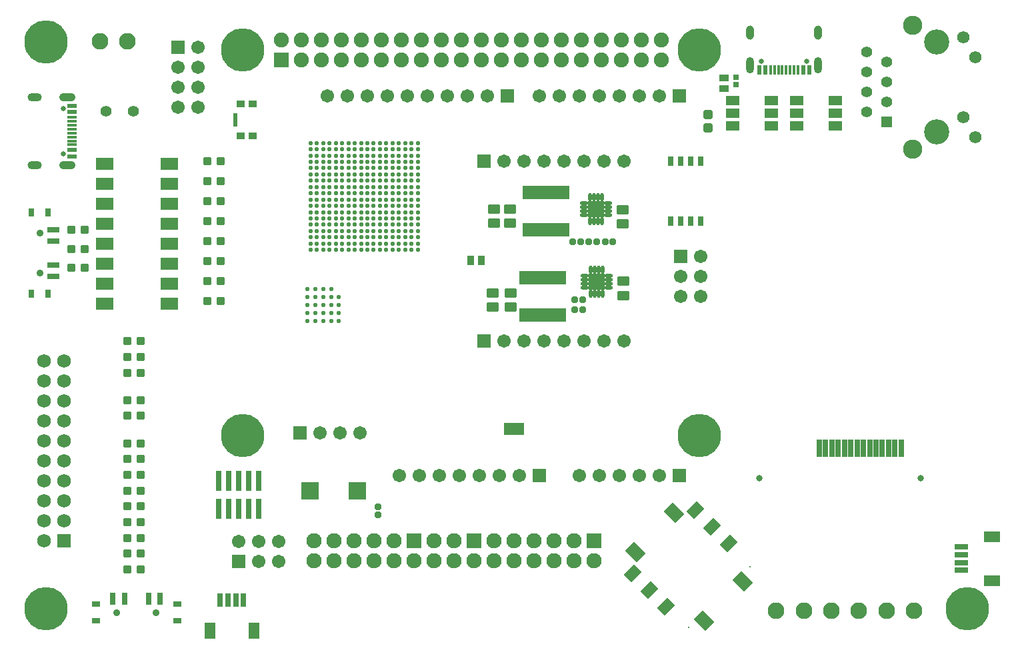
<source format=gts>
G04*
G04 #@! TF.GenerationSoftware,Altium Limited,Altium Designer,23.10.1 (27)*
G04*
G04 Layer_Color=8388736*
%FSLAX44Y44*%
%MOMM*%
G71*
G04*
G04 #@! TF.SameCoordinates,1E8E639B-A9AB-46FE-9B68-82187C007E20*
G04*
G04*
G04 #@! TF.FilePolarity,Negative*
G04*
G01*
G75*
%ADD25R,1.5000X0.7000*%
%ADD26R,0.8000X1.0000*%
%ADD28R,2.1600X1.5200*%
%ADD31R,0.6000X1.1500*%
%ADD34R,0.7600X1.2700*%
%ADD44R,1.0000X0.9000*%
%ADD45R,0.5500X1.7000*%
%ADD46R,1.1500X0.6000*%
%ADD47R,1.0000X0.8000*%
%ADD52R,0.7000X1.5000*%
%ADD56R,0.3000X1.1500*%
%ADD60R,1.1500X0.3000*%
%ADD61R,2.6000X1.6000*%
G04:AMPARAMS|DCode=62|XSize=1.0032mm|YSize=1.0032mm|CornerRadius=0.2016mm|HoleSize=0mm|Usage=FLASHONLY|Rotation=0.000|XOffset=0mm|YOffset=0mm|HoleType=Round|Shape=RoundedRectangle|*
%AMROUNDEDRECTD62*
21,1,1.0032,0.6000,0,0,0.0*
21,1,0.6000,1.0032,0,0,0.0*
1,1,0.4032,0.3000,-0.3000*
1,1,0.4032,-0.3000,-0.3000*
1,1,0.4032,-0.3000,0.3000*
1,1,0.4032,0.3000,0.3000*
%
%ADD62ROUNDEDRECTD62*%
%ADD63R,0.7033X2.2032*%
%ADD64C,0.5532*%
%ADD65R,1.7032X1.2032*%
%ADD66R,0.7600X0.7600*%
%ADD67R,1.1532X0.9532*%
%ADD68R,2.0032X2.0032*%
%ADD69O,1.1032X0.4532*%
G04:AMPARAMS|DCode=70|XSize=1.6032mm|YSize=1.2032mm|CornerRadius=0.2266mm|HoleSize=0mm|Usage=FLASHONLY|Rotation=0.000|XOffset=0mm|YOffset=0mm|HoleType=Round|Shape=RoundedRectangle|*
%AMROUNDEDRECTD70*
21,1,1.6032,0.7500,0,0,0.0*
21,1,1.1500,1.2032,0,0,0.0*
1,1,0.4532,0.5750,-0.3750*
1,1,0.4532,-0.5750,-0.3750*
1,1,0.4532,-0.5750,0.3750*
1,1,0.4532,0.5750,0.3750*
%
%ADD70ROUNDEDRECTD70*%
%ADD71O,0.4532X1.1032*%
%ADD72R,1.7532X0.8032*%
G04:AMPARAMS|DCode=73|XSize=2.1032mm|YSize=1.6032mm|CornerRadius=0mm|HoleSize=0mm|Usage=FLASHONLY|Rotation=135.000|XOffset=0mm|YOffset=0mm|HoleType=Round|Shape=Rectangle|*
%AMROTATEDRECTD73*
4,1,4,1.3104,-0.1768,0.1768,-1.3104,-1.3104,0.1768,-0.1768,1.3104,1.3104,-0.1768,0.0*
%
%ADD73ROTATEDRECTD73*%

G04:AMPARAMS|DCode=74|XSize=0.8032mm|YSize=0.8032mm|CornerRadius=0.1616mm|HoleSize=0mm|Usage=FLASHONLY|Rotation=90.000|XOffset=0mm|YOffset=0mm|HoleType=Round|Shape=RoundedRectangle|*
%AMROUNDEDRECTD74*
21,1,0.8032,0.4800,0,0,90.0*
21,1,0.4800,0.8032,0,0,90.0*
1,1,0.3232,0.2400,0.2400*
1,1,0.3232,0.2400,-0.2400*
1,1,0.3232,-0.2400,-0.2400*
1,1,0.3232,-0.2400,0.2400*
%
%ADD74ROUNDEDRECTD74*%
%ADD75R,0.9532X1.1532*%
G04:AMPARAMS|DCode=76|XSize=1.9032mm|YSize=1.4032mm|CornerRadius=0mm|HoleSize=0mm|Usage=FLASHONLY|Rotation=45.000|XOffset=0mm|YOffset=0mm|HoleType=Round|Shape=Rectangle|*
%AMROTATEDRECTD76*
4,1,4,-0.1768,-1.1690,-1.1690,-0.1768,0.1768,1.1690,1.1690,0.1768,-0.1768,-1.1690,0.0*
%
%ADD76ROTATEDRECTD76*%

%ADD77C,0.5732*%
%ADD78R,2.2032X2.2032*%
%ADD79R,0.8032X2.6032*%
%ADD80R,0.8032X1.7532*%
%ADD81R,5.9032X1.8032*%
G04:AMPARAMS|DCode=82|XSize=0.8032mm|YSize=0.8032mm|CornerRadius=0.1616mm|HoleSize=0mm|Usage=FLASHONLY|Rotation=180.000|XOffset=0mm|YOffset=0mm|HoleType=Round|Shape=RoundedRectangle|*
%AMROUNDEDRECTD82*
21,1,0.8032,0.4800,0,0,180.0*
21,1,0.4800,0.8032,0,0,180.0*
1,1,0.3232,-0.2400,0.2400*
1,1,0.3232,0.2400,0.2400*
1,1,0.3232,0.2400,-0.2400*
1,1,0.3232,-0.2400,-0.2400*
%
%ADD82ROUNDEDRECTD82*%
%ADD83R,0.8382X1.4732*%
%ADD84R,2.0032X1.4032*%
G04:AMPARAMS|DCode=85|XSize=1.2032mm|YSize=1.1032mm|CornerRadius=0.2141mm|HoleSize=0mm|Usage=FLASHONLY|Rotation=0.000|XOffset=0mm|YOffset=0mm|HoleType=Round|Shape=RoundedRectangle|*
%AMROUNDEDRECTD85*
21,1,1.2032,0.6750,0,0,0.0*
21,1,0.7750,1.1032,0,0,0.0*
1,1,0.4282,0.3875,-0.3375*
1,1,0.4282,-0.3875,-0.3375*
1,1,0.4282,-0.3875,0.3375*
1,1,0.4282,0.3875,0.3375*
%
%ADD85ROUNDEDRECTD85*%
%ADD86R,1.4032X2.0032*%
%ADD87R,1.7032X1.7032*%
%ADD88C,1.7032*%
%ADD89C,0.9000*%
%ADD90C,0.8032*%
%ADD91C,0.5588*%
%ADD92C,5.5032*%
%ADD93C,1.3900*%
%ADD94C,1.9032*%
%ADD95C,2.1032*%
%ADD96C,1.9304*%
%ADD97C,1.4032*%
%ADD98C,1.7532*%
%ADD99C,1.5700*%
%ADD100R,1.7532X1.7532*%
%ADD101R,1.9032X1.9032*%
%ADD102R,1.8796X1.8796*%
%ADD103C,3.2000*%
%ADD104R,1.3900X1.3900*%
%ADD105C,2.4500*%
G04:AMPARAMS|DCode=106|XSize=1mm|YSize=1.8mm|CornerRadius=0.5mm|HoleSize=0mm|Usage=FLASHONLY|Rotation=180.000|XOffset=0mm|YOffset=0mm|HoleType=Round|Shape=RoundedRectangle|*
%AMROUNDEDRECTD106*
21,1,1.0000,0.8000,0,0,180.0*
21,1,0.0000,1.8000,0,0,180.0*
1,1,1.0000,0.0000,0.4000*
1,1,1.0000,0.0000,0.4000*
1,1,1.0000,0.0000,-0.4000*
1,1,1.0000,0.0000,-0.4000*
%
%ADD106ROUNDEDRECTD106*%
G04:AMPARAMS|DCode=107|XSize=1mm|YSize=2.1mm|CornerRadius=0.5mm|HoleSize=0mm|Usage=FLASHONLY|Rotation=180.000|XOffset=0mm|YOffset=0mm|HoleType=Round|Shape=RoundedRectangle|*
%AMROUNDEDRECTD107*
21,1,1.0000,1.1000,0,0,180.0*
21,1,0.0000,2.1000,0,0,180.0*
1,1,1.0000,0.0000,0.5500*
1,1,1.0000,0.0000,0.5500*
1,1,1.0000,0.0000,-0.5500*
1,1,1.0000,0.0000,-0.5500*
%
%ADD107ROUNDEDRECTD107*%
%ADD108C,0.6500*%
%ADD109R,1.7032X1.7032*%
%ADD110C,0.2032*%
%ADD111R,1.9304X1.9304*%
G04:AMPARAMS|DCode=112|XSize=1mm|YSize=2.1mm|CornerRadius=0.5mm|HoleSize=0mm|Usage=FLASHONLY|Rotation=270.000|XOffset=0mm|YOffset=0mm|HoleType=Round|Shape=RoundedRectangle|*
%AMROUNDEDRECTD112*
21,1,1.0000,1.1000,0,0,270.0*
21,1,0.0000,2.1000,0,0,270.0*
1,1,1.0000,-0.5500,0.0000*
1,1,1.0000,-0.5500,0.0000*
1,1,1.0000,0.5500,0.0000*
1,1,1.0000,0.5500,0.0000*
%
%ADD112ROUNDEDRECTD112*%
G04:AMPARAMS|DCode=113|XSize=1mm|YSize=1.8mm|CornerRadius=0.5mm|HoleSize=0mm|Usage=FLASHONLY|Rotation=270.000|XOffset=0mm|YOffset=0mm|HoleType=Round|Shape=RoundedRectangle|*
%AMROUNDEDRECTD113*
21,1,1.0000,0.8000,0,0,270.0*
21,1,0.0000,1.8000,0,0,270.0*
1,1,1.0000,-0.4000,0.0000*
1,1,1.0000,-0.4000,0.0000*
1,1,1.0000,0.4000,0.0000*
1,1,1.0000,0.4000,0.0000*
%
%ADD113ROUNDEDRECTD113*%
D25*
X469500Y742000D02*
D03*
Y787000D02*
D03*
Y802000D02*
D03*
Y757000D02*
D03*
D26*
X441500Y823500D02*
D03*
X462500D02*
D03*
X441500Y720500D02*
D03*
X462500D02*
D03*
D28*
X534162Y860298D02*
D03*
Y885698D02*
D03*
Y834898D02*
D03*
Y809498D02*
D03*
Y784098D02*
D03*
Y758698D02*
D03*
Y733298D02*
D03*
Y707898D02*
D03*
X616762Y809498D02*
D03*
Y707898D02*
D03*
Y758698D02*
D03*
Y834898D02*
D03*
Y784098D02*
D03*
Y885698D02*
D03*
Y860298D02*
D03*
Y733298D02*
D03*
D31*
X1429500Y1005000D02*
D03*
X1365500D02*
D03*
X1421500D02*
D03*
X1373500D02*
D03*
D34*
X1266190Y889000D02*
D03*
X1253490D02*
D03*
Y812800D02*
D03*
X1266190D02*
D03*
X1278890D02*
D03*
X1291590D02*
D03*
Y889000D02*
D03*
X1278890D02*
D03*
D44*
X722756Y961824D02*
D03*
Y920824D02*
D03*
X706756D02*
D03*
Y961824D02*
D03*
D45*
X700506Y941324D02*
D03*
D46*
X493100Y959100D02*
D03*
Y895100D02*
D03*
Y903100D02*
D03*
Y951100D02*
D03*
D47*
X523500Y325500D02*
D03*
Y304500D02*
D03*
X626500Y325500D02*
D03*
Y304500D02*
D03*
D52*
X590000Y332500D02*
D03*
X605000D02*
D03*
X560000D02*
D03*
X545000D02*
D03*
D56*
X1415000Y1005000D02*
D03*
X1410000D02*
D03*
X1405000D02*
D03*
X1400000D02*
D03*
X1395000D02*
D03*
X1390000D02*
D03*
X1385000D02*
D03*
X1380000D02*
D03*
D60*
X493100Y909600D02*
D03*
Y914600D02*
D03*
Y919600D02*
D03*
Y924600D02*
D03*
Y929600D02*
D03*
Y934600D02*
D03*
Y939600D02*
D03*
Y944600D02*
D03*
D61*
X1054599Y548640D02*
D03*
D62*
X664600Y889000D02*
D03*
X681600D02*
D03*
X664600Y863600D02*
D03*
X681600D02*
D03*
X664600Y838200D02*
D03*
X681600D02*
D03*
X664600Y812800D02*
D03*
X681600D02*
D03*
X664600Y787400D02*
D03*
X681600D02*
D03*
X664600Y762000D02*
D03*
X681600D02*
D03*
X664600Y736600D02*
D03*
X681600D02*
D03*
X664600Y711200D02*
D03*
X681600D02*
D03*
X580000Y660000D02*
D03*
X563000D02*
D03*
Y620000D02*
D03*
Y640000D02*
D03*
Y585000D02*
D03*
Y565000D02*
D03*
Y530000D02*
D03*
Y510000D02*
D03*
Y430000D02*
D03*
Y470000D02*
D03*
Y490000D02*
D03*
Y450000D02*
D03*
Y370000D02*
D03*
Y390000D02*
D03*
Y410000D02*
D03*
X580000Y640000D02*
D03*
Y620000D02*
D03*
Y370000D02*
D03*
X491880Y753110D02*
D03*
X508880D02*
D03*
X491880Y801370D02*
D03*
X508880D02*
D03*
X491880Y777240D02*
D03*
X508880D02*
D03*
X580000Y530000D02*
D03*
Y510000D02*
D03*
Y585000D02*
D03*
Y490000D02*
D03*
Y470000D02*
D03*
Y565000D02*
D03*
Y450000D02*
D03*
Y430000D02*
D03*
Y410000D02*
D03*
Y390000D02*
D03*
D63*
X1450001Y524000D02*
D03*
X1458002D02*
D03*
X1466000D02*
D03*
X1474001D02*
D03*
X1482002D02*
D03*
X1490001D02*
D03*
X1498002D02*
D03*
X1506000D02*
D03*
X1514001D02*
D03*
X1522002D02*
D03*
X1530000D02*
D03*
X1538002D02*
D03*
X1546000D02*
D03*
X1442002D02*
D03*
D64*
X860000Y840000D02*
D03*
X932000Y872000D02*
D03*
X916000Y904000D02*
D03*
X892000Y912000D02*
D03*
X908000Y880000D02*
D03*
X884000Y888000D02*
D03*
X924000Y848000D02*
D03*
X892000Y864000D02*
D03*
X876000D02*
D03*
X884000Y856000D02*
D03*
X868000D02*
D03*
X892000Y848000D02*
D03*
Y832000D02*
D03*
X884000Y840000D02*
D03*
X876000Y832000D02*
D03*
X916000Y824000D02*
D03*
X908000Y800000D02*
D03*
X884000Y824000D02*
D03*
X868000D02*
D03*
X884000Y808000D02*
D03*
X932000Y792000D02*
D03*
X900000Y776000D02*
D03*
X876000Y784000D02*
D03*
X860000Y896000D02*
D03*
X836000Y904000D02*
D03*
X852000Y872000D02*
D03*
X828000Y880000D02*
D03*
X860000Y864000D02*
D03*
X852000Y856000D02*
D03*
X844000Y864000D02*
D03*
Y848000D02*
D03*
X836000Y856000D02*
D03*
X820000D02*
D03*
X812000Y912000D02*
D03*
X804000Y888000D02*
D03*
X796000Y864000D02*
D03*
X852000Y840000D02*
D03*
X860000Y832000D02*
D03*
X836000Y840000D02*
D03*
X844000Y832000D02*
D03*
X860000Y816000D02*
D03*
X852000Y824000D02*
D03*
X836000D02*
D03*
X852000Y792000D02*
D03*
X812000Y832000D02*
D03*
X804000Y808000D02*
D03*
X828000Y800000D02*
D03*
X796000Y784000D02*
D03*
X820000Y776000D02*
D03*
X860000Y848000D02*
D03*
X868000Y840000D02*
D03*
X876000D02*
D03*
X876000Y848000D02*
D03*
X884000Y896000D02*
D03*
Y904000D02*
D03*
X924000Y776000D02*
D03*
Y784000D02*
D03*
X924000Y792000D02*
D03*
X924000Y800000D02*
D03*
Y816000D02*
D03*
Y824000D02*
D03*
X924000Y832000D02*
D03*
X932000Y776000D02*
D03*
Y784000D02*
D03*
Y800000D02*
D03*
Y808000D02*
D03*
Y816000D02*
D03*
Y824000D02*
D03*
X932000Y840000D02*
D03*
X932000Y864000D02*
D03*
X932000Y856000D02*
D03*
X916000Y776000D02*
D03*
X908000D02*
D03*
X900000Y912000D02*
D03*
X900000Y840000D02*
D03*
Y800000D02*
D03*
X876000Y776000D02*
D03*
X844000Y872000D02*
D03*
X836000Y776000D02*
D03*
X820000Y832000D02*
D03*
X812000Y864000D02*
D03*
X796000Y808000D02*
D03*
X932000Y848000D02*
D03*
X924000Y840000D02*
D03*
X916000Y912000D02*
D03*
X884000Y792000D02*
D03*
X868000Y904000D02*
D03*
Y872000D02*
D03*
X860000Y912000D02*
D03*
X836000Y896000D02*
D03*
Y816000D02*
D03*
X828000Y872000D02*
D03*
Y816000D02*
D03*
X820000Y840000D02*
D03*
Y800000D02*
D03*
X796000Y912000D02*
D03*
X916000Y832000D02*
D03*
X908000Y912000D02*
D03*
Y872000D02*
D03*
Y848000D02*
D03*
X884000Y880000D02*
D03*
X868000Y896000D02*
D03*
X852000Y904000D02*
D03*
X812000Y784000D02*
D03*
X844000Y776000D02*
D03*
X804000Y880000D02*
D03*
X796000Y872000D02*
D03*
X932000Y896000D02*
D03*
X932000Y880000D02*
D03*
X916000Y856000D02*
D03*
X908000Y904000D02*
D03*
X900000Y824000D02*
D03*
X892000Y880000D02*
D03*
X884000Y800000D02*
D03*
X876000Y880000D02*
D03*
X868000Y792000D02*
D03*
X836000Y808000D02*
D03*
X828000Y776000D02*
D03*
X820000Y888000D02*
D03*
Y872000D02*
D03*
X796000Y776000D02*
D03*
X916000Y808000D02*
D03*
X916000Y800000D02*
D03*
X884000Y872000D02*
D03*
X876000Y896000D02*
D03*
X876000Y872000D02*
D03*
X868000Y848000D02*
D03*
Y784000D02*
D03*
X828000Y856000D02*
D03*
X804000D02*
D03*
X796000D02*
D03*
Y840000D02*
D03*
Y792000D02*
D03*
X924000Y864000D02*
D03*
X908000Y896000D02*
D03*
X892000Y888000D02*
D03*
X860000Y792000D02*
D03*
X844000Y896000D02*
D03*
X836000Y792000D02*
D03*
X828000Y904000D02*
D03*
X828000Y792000D02*
D03*
X804000Y832000D02*
D03*
Y824000D02*
D03*
X924000Y912000D02*
D03*
Y904000D02*
D03*
X908000Y824000D02*
D03*
Y792000D02*
D03*
X900000Y848000D02*
D03*
X892000Y800000D02*
D03*
X868000Y888000D02*
D03*
X852000Y776000D02*
D03*
X828000Y912000D02*
D03*
X820000Y864000D02*
D03*
X812000Y896000D02*
D03*
X804000Y800000D02*
D03*
Y776000D02*
D03*
X796000Y888000D02*
D03*
X916000Y896000D02*
D03*
X900000Y904000D02*
D03*
X892000Y808000D02*
D03*
Y784000D02*
D03*
X884000Y776000D02*
D03*
X876000Y808000D02*
D03*
X868000Y912000D02*
D03*
X868000Y808000D02*
D03*
X844000Y800000D02*
D03*
X828000Y888000D02*
D03*
Y848000D02*
D03*
X820000Y824000D02*
D03*
Y792000D02*
D03*
X812000Y816000D02*
D03*
X804000Y912000D02*
D03*
X796000Y904000D02*
D03*
X804000Y848000D02*
D03*
X812000Y872000D02*
D03*
X820000Y896000D02*
D03*
X844000Y888000D02*
D03*
X852000Y912000D02*
D03*
X868000Y800000D02*
D03*
Y880000D02*
D03*
X876000Y904000D02*
D03*
X892000Y792000D02*
D03*
X892000Y872000D02*
D03*
X900000Y816000D02*
D03*
Y832000D02*
D03*
Y856000D02*
D03*
Y864000D02*
D03*
Y872000D02*
D03*
X900000Y896000D02*
D03*
X908000Y840000D02*
D03*
X916000Y784000D02*
D03*
X916000Y864000D02*
D03*
X924000Y808000D02*
D03*
Y888000D02*
D03*
X932000Y832000D02*
D03*
Y912000D02*
D03*
X924000Y872000D02*
D03*
X908000Y808000D02*
D03*
X900000Y880000D02*
D03*
X892000Y896000D02*
D03*
X884000Y784000D02*
D03*
X852000D02*
D03*
X820000Y808000D02*
D03*
X804000Y896000D02*
D03*
X924000Y896000D02*
D03*
X916000Y816000D02*
D03*
X908000Y784000D02*
D03*
X876000Y800000D02*
D03*
X852000Y888000D02*
D03*
X852000Y880000D02*
D03*
X844000Y912000D02*
D03*
X836000D02*
D03*
Y880000D02*
D03*
X828000Y840000D02*
D03*
X812000Y888000D02*
D03*
Y776000D02*
D03*
X804000Y864000D02*
D03*
X796000Y816000D02*
D03*
X916000Y840000D02*
D03*
X908000Y856000D02*
D03*
Y816000D02*
D03*
X900000Y784000D02*
D03*
X892000Y776000D02*
D03*
X852000Y816000D02*
D03*
Y800000D02*
D03*
X836000Y832000D02*
D03*
Y848000D02*
D03*
X844000Y824000D02*
D03*
Y840000D02*
D03*
Y856000D02*
D03*
X852000Y832000D02*
D03*
X860000Y824000D02*
D03*
Y856000D02*
D03*
X868000Y832000D02*
D03*
X876000Y824000D02*
D03*
X876000Y856000D02*
D03*
X884000Y832000D02*
D03*
Y848000D02*
D03*
X892000Y824000D02*
D03*
X892000Y840000D02*
D03*
X892000Y856000D02*
D03*
X828000Y824000D02*
D03*
Y784000D02*
D03*
X812000Y840000D02*
D03*
X796000Y896000D02*
D03*
Y832000D02*
D03*
X932000Y888000D02*
D03*
X900000Y888000D02*
D03*
X884000Y912000D02*
D03*
X876000Y816000D02*
D03*
X852000Y808000D02*
D03*
X844000Y792000D02*
D03*
X836000Y888000D02*
D03*
X820000Y904000D02*
D03*
Y880000D02*
D03*
Y784000D02*
D03*
X812000Y856000D02*
D03*
X812000Y800000D02*
D03*
X804000Y816000D02*
D03*
X796000Y800000D02*
D03*
X924000Y880000D02*
D03*
X916000D02*
D03*
Y792000D02*
D03*
X876000Y792000D02*
D03*
X860000Y888000D02*
D03*
Y880000D02*
D03*
Y784000D02*
D03*
X844000Y816000D02*
D03*
X836000Y800000D02*
D03*
X828000Y808000D02*
D03*
X820000Y848000D02*
D03*
X812000Y904000D02*
D03*
X804000Y792000D02*
D03*
X796000Y848000D02*
D03*
X916000D02*
D03*
X908000Y864000D02*
D03*
X900000Y792000D02*
D03*
X892000Y816000D02*
D03*
X884000D02*
D03*
X860000Y800000D02*
D03*
X828000Y896000D02*
D03*
X812000Y848000D02*
D03*
X812000Y824000D02*
D03*
X804000Y784000D02*
D03*
X796000Y880000D02*
D03*
Y824000D02*
D03*
X812000Y792000D02*
D03*
X820000Y816000D02*
D03*
X828000Y832000D02*
D03*
X836000Y784000D02*
D03*
Y864000D02*
D03*
X844000Y808000D02*
D03*
X852000Y848000D02*
D03*
X852000Y864000D02*
D03*
X860000Y776000D02*
D03*
X868000Y864000D02*
D03*
X884000D02*
D03*
X916000Y872000D02*
D03*
X900000Y808000D02*
D03*
X892000Y904000D02*
D03*
X876000Y912000D02*
D03*
Y888000D02*
D03*
X868000Y816000D02*
D03*
X868000Y776000D02*
D03*
X860000Y872000D02*
D03*
X860000Y808000D02*
D03*
X836000Y872000D02*
D03*
X828000Y864000D02*
D03*
X812000Y808000D02*
D03*
X804000Y904000D02*
D03*
X932000D02*
D03*
X924000Y856000D02*
D03*
X916000Y888000D02*
D03*
X908000D02*
D03*
Y832000D02*
D03*
X860000Y904000D02*
D03*
X852000Y896000D02*
D03*
X844000Y904000D02*
D03*
Y880000D02*
D03*
Y784000D02*
D03*
X820000Y912000D02*
D03*
X804000Y872000D02*
D03*
Y840000D02*
D03*
X812000Y880000D02*
D03*
D65*
X1462140Y949960D02*
D03*
X1380860D02*
D03*
X1413140Y965960D02*
D03*
Y949960D02*
D03*
Y933960D02*
D03*
X1462140Y965960D02*
D03*
Y933960D02*
D03*
X1380860D02*
D03*
Y965960D02*
D03*
X1331860Y933960D02*
D03*
Y949960D02*
D03*
Y965960D02*
D03*
D66*
X1336040Y995200D02*
D03*
Y986000D02*
D03*
D67*
X1320800Y994715D02*
D03*
Y980715D02*
D03*
D68*
X1158250Y827920D02*
D03*
X1159510Y735330D02*
D03*
D69*
X1143000Y835420D02*
D03*
Y830420D02*
D03*
Y825420D02*
D03*
X1144260Y742830D02*
D03*
Y737830D02*
D03*
Y732830D02*
D03*
X1173500Y835420D02*
D03*
Y830420D02*
D03*
Y825420D02*
D03*
Y820420D02*
D03*
X1143000D02*
D03*
X1174760Y742830D02*
D03*
Y737830D02*
D03*
Y732830D02*
D03*
Y727830D02*
D03*
X1144260D02*
D03*
D70*
X1192530Y808990D02*
D03*
X1028590Y828150D02*
D03*
X1048910D02*
D03*
X1193000Y718000D02*
D03*
X1050290Y721470D02*
D03*
X1027430D02*
D03*
X1028590Y810150D02*
D03*
X1048910D02*
D03*
X1192530Y826990D02*
D03*
X1050290Y703470D02*
D03*
X1027430D02*
D03*
X1193000Y736000D02*
D03*
D71*
X1150750Y812670D02*
D03*
X1152010Y720080D02*
D03*
X1150750Y843170D02*
D03*
X1155750D02*
D03*
X1160750D02*
D03*
X1165750D02*
D03*
Y812670D02*
D03*
X1160750D02*
D03*
X1155750D02*
D03*
X1152010Y750580D02*
D03*
X1157010D02*
D03*
X1162010D02*
D03*
X1167010D02*
D03*
Y720080D02*
D03*
X1162010D02*
D03*
X1157010D02*
D03*
D72*
X1622410Y368600D02*
D03*
Y378600D02*
D03*
Y398600D02*
D03*
Y388600D02*
D03*
D73*
X1344897Y354297D02*
D03*
X1295400Y304800D02*
D03*
X1257570Y441625D02*
D03*
X1208072Y392128D02*
D03*
D74*
X1159385Y786266D02*
D03*
X1131650Y699770D02*
D03*
X1170000Y786000D02*
D03*
X1180000D02*
D03*
X1139110Y786130D02*
D03*
X1129110D02*
D03*
X1149385Y786266D02*
D03*
X1131650Y712470D02*
D03*
X1141650Y699770D02*
D03*
Y712470D02*
D03*
D75*
X999000Y763000D02*
D03*
X1013000D02*
D03*
D76*
X1305830Y423771D02*
D03*
X1225927Y343868D02*
D03*
X1247140Y322654D02*
D03*
X1327043Y402557D02*
D03*
X1204714Y365081D02*
D03*
X1284617Y444984D02*
D03*
D77*
X812000Y726000D02*
D03*
X822000Y706000D02*
D03*
X792000Y686000D02*
D03*
X832000Y716000D02*
D03*
Y686000D02*
D03*
X822000Y696000D02*
D03*
Y686000D02*
D03*
X812000Y716000D02*
D03*
Y686000D02*
D03*
X802000Y726000D02*
D03*
X792000D02*
D03*
Y696000D02*
D03*
Y716000D02*
D03*
X802000Y706000D02*
D03*
X792000D02*
D03*
X832000D02*
D03*
X802000Y686000D02*
D03*
X812000Y706000D02*
D03*
X822000Y716000D02*
D03*
X802000Y696000D02*
D03*
X832000D02*
D03*
X822000Y726000D02*
D03*
X812000Y696000D02*
D03*
X802000Y716000D02*
D03*
D78*
X795500Y469900D02*
D03*
X855500D02*
D03*
D79*
X717550Y482600D02*
D03*
X704850D02*
D03*
X679450D02*
D03*
X692150Y446600D02*
D03*
X704850D02*
D03*
X679450D02*
D03*
X730250D02*
D03*
Y482600D02*
D03*
X717550Y446600D02*
D03*
X692150Y482600D02*
D03*
D80*
X680900Y330850D02*
D03*
X690900D02*
D03*
X710900D02*
D03*
X700900D02*
D03*
D81*
X1094740Y802000D02*
D03*
Y849000D02*
D03*
X1090930Y693376D02*
D03*
Y740376D02*
D03*
D82*
X881380Y449500D02*
D03*
Y439500D02*
D03*
D83*
X1046480Y548640D02*
D03*
X1062959D02*
D03*
X1054718D02*
D03*
D84*
X1661160Y411600D02*
D03*
Y355600D02*
D03*
D85*
X1300480Y931300D02*
D03*
Y948300D02*
D03*
D86*
X723900Y292100D02*
D03*
X667900D02*
D03*
D87*
X1086800Y489200D02*
D03*
X782320Y543560D02*
D03*
X704850Y379730D02*
D03*
X1046160Y971800D02*
D03*
X1264600Y489200D02*
D03*
X1016000Y889000D02*
D03*
X1264600Y971800D02*
D03*
X1016000Y660400D02*
D03*
D88*
X1010600Y489200D02*
D03*
X909000D02*
D03*
X934400D02*
D03*
X985200D02*
D03*
X959800D02*
D03*
X1036000D02*
D03*
X1061400D02*
D03*
X1193800Y889000D02*
D03*
X893760Y971800D02*
D03*
X1291400Y717300D02*
D03*
X1193800Y660400D02*
D03*
X858520Y543560D02*
D03*
X755650Y405130D02*
D03*
X652780Y1033780D02*
D03*
X755650Y379730D02*
D03*
X652780Y1008380D02*
D03*
Y982980D02*
D03*
X1168400Y660400D02*
D03*
X1291400Y768100D02*
D03*
X704850Y405130D02*
D03*
X730250Y379730D02*
D03*
X652780Y957580D02*
D03*
X730250Y405130D02*
D03*
X995360Y971800D02*
D03*
X817560D02*
D03*
X842960D02*
D03*
X868360D02*
D03*
X919160D02*
D03*
X944560D02*
D03*
X969960D02*
D03*
X1020760D02*
D03*
X1239200Y489200D02*
D03*
X1213800D02*
D03*
X1188400D02*
D03*
X1163000D02*
D03*
X1137600D02*
D03*
X1266000Y717300D02*
D03*
X1291400Y742700D02*
D03*
X1266000D02*
D03*
X627380Y957580D02*
D03*
Y982980D02*
D03*
Y1008380D02*
D03*
X1168400Y889000D02*
D03*
X1143000D02*
D03*
X1117600D02*
D03*
X1092200D02*
D03*
X1066800D02*
D03*
X1041400D02*
D03*
X833120Y543560D02*
D03*
X807720D02*
D03*
X1086800Y971800D02*
D03*
X1112200D02*
D03*
X1137600D02*
D03*
X1163000D02*
D03*
X1188400D02*
D03*
X1213800D02*
D03*
X1239200D02*
D03*
X1041400Y660400D02*
D03*
X1066800D02*
D03*
X1092200D02*
D03*
X1117600D02*
D03*
X1143000D02*
D03*
D89*
X452000Y747000D02*
D03*
Y797000D02*
D03*
X600000Y315000D02*
D03*
X550000D02*
D03*
D90*
X1570501Y486002D02*
D03*
X1366000D02*
D03*
D91*
X1290000Y519119D02*
D03*
X1275235Y525235D02*
D03*
X1269119Y540000D02*
D03*
X1275235Y554765D02*
D03*
X1290000Y560881D02*
D03*
X1304765Y554765D02*
D03*
X1310881Y540000D02*
D03*
X1304765Y525235D02*
D03*
X724765D02*
D03*
X730881Y540000D02*
D03*
X724765Y554765D02*
D03*
X710000Y560881D02*
D03*
X695235Y554765D02*
D03*
X689119Y540000D02*
D03*
X695235Y525235D02*
D03*
X710000Y519119D02*
D03*
Y1009119D02*
D03*
X695235Y1015235D02*
D03*
X689119Y1030000D02*
D03*
X695235Y1044765D02*
D03*
X710000Y1050881D02*
D03*
X724765Y1044765D02*
D03*
X730881Y1030000D02*
D03*
X724765Y1015235D02*
D03*
X1304765D02*
D03*
X1310881Y1030000D02*
D03*
X1304765Y1044765D02*
D03*
X1290000Y1050881D02*
D03*
X1275235Y1044765D02*
D03*
X1269119Y1030000D02*
D03*
X1275235Y1015235D02*
D03*
X1290000Y1009119D02*
D03*
X460000Y299119D02*
D03*
X445235Y305235D02*
D03*
X439119Y320000D02*
D03*
X445235Y334765D02*
D03*
X460000Y340881D02*
D03*
X474765Y334765D02*
D03*
X480881Y320000D02*
D03*
X474765Y305235D02*
D03*
X1644765D02*
D03*
X1650881Y320000D02*
D03*
X1644765Y334765D02*
D03*
X1630000Y340881D02*
D03*
X1615235Y334765D02*
D03*
X1609119Y320000D02*
D03*
X1615235Y305235D02*
D03*
X1630000Y299119D02*
D03*
X460000Y1019119D02*
D03*
X445235Y1025235D02*
D03*
X439119Y1040000D02*
D03*
X445235Y1054765D02*
D03*
X460000Y1060881D02*
D03*
X474765Y1054765D02*
D03*
X480881Y1040000D02*
D03*
X474765Y1025235D02*
D03*
D92*
X1290000Y540000D02*
D03*
X710000D02*
D03*
Y1030000D02*
D03*
X1290000D02*
D03*
X460000Y320000D02*
D03*
X1630000D02*
D03*
X460000Y1040000D02*
D03*
D93*
X1502300Y1027300D02*
D03*
X1527700Y963800D02*
D03*
Y989200D02*
D03*
Y1014600D02*
D03*
X1502300Y951100D02*
D03*
Y976500D02*
D03*
Y1001900D02*
D03*
D94*
X1114300Y1042700D02*
D03*
X1165100D02*
D03*
X987300D02*
D03*
X1063500Y1017300D02*
D03*
X1241300D02*
D03*
X911100Y1042700D02*
D03*
X860300Y1017300D02*
D03*
X809500Y1042700D02*
D03*
X961900Y1017300D02*
D03*
X1241300Y1042700D02*
D03*
X1215900D02*
D03*
Y1017300D02*
D03*
X1190500Y1042700D02*
D03*
Y1017300D02*
D03*
X1165100D02*
D03*
X1139700Y1042700D02*
D03*
Y1017300D02*
D03*
X1114300D02*
D03*
X1088900Y1042700D02*
D03*
Y1017300D02*
D03*
X1063500Y1042700D02*
D03*
X1038100D02*
D03*
Y1017300D02*
D03*
X1012700Y1042700D02*
D03*
Y1017300D02*
D03*
X987300D02*
D03*
X961900Y1042700D02*
D03*
X936500D02*
D03*
Y1017300D02*
D03*
X911100D02*
D03*
X885700Y1042700D02*
D03*
Y1017300D02*
D03*
X860300Y1042700D02*
D03*
X834900D02*
D03*
Y1017300D02*
D03*
X809500D02*
D03*
X784100Y1042700D02*
D03*
Y1017300D02*
D03*
X758700Y1042700D02*
D03*
D95*
X1492400Y317500D02*
D03*
X1387400D02*
D03*
X528600Y1041400D02*
D03*
X1422400Y317500D02*
D03*
X1457400D02*
D03*
X563600Y1041400D02*
D03*
X1562400Y317500D02*
D03*
X1527400D02*
D03*
D96*
X1054100Y406400D02*
D03*
Y381000D02*
D03*
X825500Y406400D02*
D03*
Y381000D02*
D03*
X1028700D02*
D03*
Y406400D02*
D03*
X800100Y381000D02*
D03*
Y406400D02*
D03*
X850900Y381000D02*
D03*
X876300D02*
D03*
X901700D02*
D03*
X927100D02*
D03*
X850900Y406400D02*
D03*
X876300D02*
D03*
X901700D02*
D03*
X952500Y381000D02*
D03*
X977900D02*
D03*
X1003300D02*
D03*
X952500Y406400D02*
D03*
X977900D02*
D03*
X1130300D02*
D03*
X1104900D02*
D03*
X1079500D02*
D03*
X1155700Y381000D02*
D03*
X1130300D02*
D03*
X1104900D02*
D03*
X1079500D02*
D03*
D97*
X535738Y952246D02*
D03*
X570738D02*
D03*
D98*
X457200Y635000D02*
D03*
Y609600D02*
D03*
Y584200D02*
D03*
Y533400D02*
D03*
Y558800D02*
D03*
Y508000D02*
D03*
Y482600D02*
D03*
Y457200D02*
D03*
Y431800D02*
D03*
X482600Y457200D02*
D03*
Y558800D02*
D03*
Y584200D02*
D03*
Y482600D02*
D03*
Y431800D02*
D03*
Y533400D02*
D03*
Y508000D02*
D03*
Y635000D02*
D03*
Y609600D02*
D03*
X457200Y406400D02*
D03*
D99*
X1640200Y919600D02*
D03*
X1625000Y1046100D02*
D03*
Y945000D02*
D03*
X1640200Y1020700D02*
D03*
D100*
X482600Y406400D02*
D03*
D101*
X758700Y1017300D02*
D03*
D102*
X927100Y406400D02*
D03*
X1155700D02*
D03*
D103*
X1591200Y1040000D02*
D03*
Y925700D02*
D03*
D104*
X1527700Y938400D02*
D03*
D105*
X1560700Y1061600D02*
D03*
Y904100D02*
D03*
D106*
X1440700Y1052550D02*
D03*
X1354300D02*
D03*
D107*
X1440700Y1010750D02*
D03*
X1354300D02*
D03*
D108*
X1426400Y1015750D02*
D03*
X1368600D02*
D03*
X482350Y898200D02*
D03*
Y956000D02*
D03*
D109*
X1266000Y768100D02*
D03*
X627380Y1033780D02*
D03*
D110*
X1353913Y373566D02*
D03*
X1276131Y295784D02*
D03*
D111*
X1003300Y406400D02*
D03*
D112*
X487350Y883900D02*
D03*
Y970300D02*
D03*
D113*
X445550Y883900D02*
D03*
Y970300D02*
D03*
M02*

</source>
